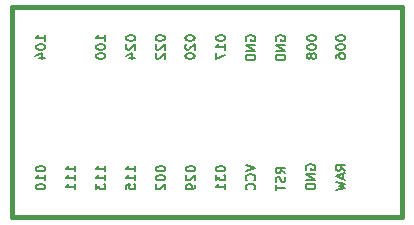
<source format=gbr>
%TF.GenerationSoftware,KiCad,Pcbnew,9.0.0*%
%TF.CreationDate,2025-08-04T08:15:32-07:00*%
%TF.ProjectId,flatchord,666c6174-6368-46f7-9264-2e6b69636164,rev?*%
%TF.SameCoordinates,Original*%
%TF.FileFunction,Legend,Bot*%
%TF.FilePolarity,Positive*%
%FSLAX46Y46*%
G04 Gerber Fmt 4.6, Leading zero omitted, Abs format (unit mm)*
G04 Created by KiCad (PCBNEW 9.0.0) date 2025-08-04 08:15:32*
%MOMM*%
%LPD*%
G01*
G04 APERTURE LIST*
%ADD10C,0.150000*%
%ADD11C,0.381000*%
G04 APERTURE END LIST*
D10*
X222702295Y-88705524D02*
X223502295Y-88972191D01*
X223502295Y-88972191D02*
X222702295Y-89238857D01*
X223426104Y-89962667D02*
X223464200Y-89924571D01*
X223464200Y-89924571D02*
X223502295Y-89810286D01*
X223502295Y-89810286D02*
X223502295Y-89734095D01*
X223502295Y-89734095D02*
X223464200Y-89619809D01*
X223464200Y-89619809D02*
X223388009Y-89543619D01*
X223388009Y-89543619D02*
X223311819Y-89505524D01*
X223311819Y-89505524D02*
X223159438Y-89467428D01*
X223159438Y-89467428D02*
X223045152Y-89467428D01*
X223045152Y-89467428D02*
X222892771Y-89505524D01*
X222892771Y-89505524D02*
X222816580Y-89543619D01*
X222816580Y-89543619D02*
X222740390Y-89619809D01*
X222740390Y-89619809D02*
X222702295Y-89734095D01*
X222702295Y-89734095D02*
X222702295Y-89810286D01*
X222702295Y-89810286D02*
X222740390Y-89924571D01*
X222740390Y-89924571D02*
X222778485Y-89962667D01*
X223426104Y-90762667D02*
X223464200Y-90724571D01*
X223464200Y-90724571D02*
X223502295Y-90610286D01*
X223502295Y-90610286D02*
X223502295Y-90534095D01*
X223502295Y-90534095D02*
X223464200Y-90419809D01*
X223464200Y-90419809D02*
X223388009Y-90343619D01*
X223388009Y-90343619D02*
X223311819Y-90305524D01*
X223311819Y-90305524D02*
X223159438Y-90267428D01*
X223159438Y-90267428D02*
X223045152Y-90267428D01*
X223045152Y-90267428D02*
X222892771Y-90305524D01*
X222892771Y-90305524D02*
X222816580Y-90343619D01*
X222816580Y-90343619D02*
X222740390Y-90419809D01*
X222740390Y-90419809D02*
X222702295Y-90534095D01*
X222702295Y-90534095D02*
X222702295Y-90610286D01*
X222702295Y-90610286D02*
X222740390Y-90724571D01*
X222740390Y-90724571D02*
X222778485Y-90762667D01*
X212552295Y-77897810D02*
X212552295Y-77974000D01*
X212552295Y-77974000D02*
X212590390Y-78050191D01*
X212590390Y-78050191D02*
X212628485Y-78088286D01*
X212628485Y-78088286D02*
X212704676Y-78126381D01*
X212704676Y-78126381D02*
X212857057Y-78164476D01*
X212857057Y-78164476D02*
X213047533Y-78164476D01*
X213047533Y-78164476D02*
X213199914Y-78126381D01*
X213199914Y-78126381D02*
X213276104Y-78088286D01*
X213276104Y-78088286D02*
X213314200Y-78050191D01*
X213314200Y-78050191D02*
X213352295Y-77974000D01*
X213352295Y-77974000D02*
X213352295Y-77897810D01*
X213352295Y-77897810D02*
X213314200Y-77821619D01*
X213314200Y-77821619D02*
X213276104Y-77783524D01*
X213276104Y-77783524D02*
X213199914Y-77745429D01*
X213199914Y-77745429D02*
X213047533Y-77707333D01*
X213047533Y-77707333D02*
X212857057Y-77707333D01*
X212857057Y-77707333D02*
X212704676Y-77745429D01*
X212704676Y-77745429D02*
X212628485Y-77783524D01*
X212628485Y-77783524D02*
X212590390Y-77821619D01*
X212590390Y-77821619D02*
X212552295Y-77897810D01*
X212628485Y-78469238D02*
X212590390Y-78507334D01*
X212590390Y-78507334D02*
X212552295Y-78583524D01*
X212552295Y-78583524D02*
X212552295Y-78774000D01*
X212552295Y-78774000D02*
X212590390Y-78850191D01*
X212590390Y-78850191D02*
X212628485Y-78888286D01*
X212628485Y-78888286D02*
X212704676Y-78926381D01*
X212704676Y-78926381D02*
X212780866Y-78926381D01*
X212780866Y-78926381D02*
X212895152Y-78888286D01*
X212895152Y-78888286D02*
X213352295Y-78431143D01*
X213352295Y-78431143D02*
X213352295Y-78926381D01*
X212818961Y-79612096D02*
X213352295Y-79612096D01*
X212514200Y-79421620D02*
X213085628Y-79231143D01*
X213085628Y-79231143D02*
X213085628Y-79726382D01*
X227852295Y-77897810D02*
X227852295Y-77974000D01*
X227852295Y-77974000D02*
X227890390Y-78050191D01*
X227890390Y-78050191D02*
X227928485Y-78088286D01*
X227928485Y-78088286D02*
X228004676Y-78126381D01*
X228004676Y-78126381D02*
X228157057Y-78164476D01*
X228157057Y-78164476D02*
X228347533Y-78164476D01*
X228347533Y-78164476D02*
X228499914Y-78126381D01*
X228499914Y-78126381D02*
X228576104Y-78088286D01*
X228576104Y-78088286D02*
X228614200Y-78050191D01*
X228614200Y-78050191D02*
X228652295Y-77974000D01*
X228652295Y-77974000D02*
X228652295Y-77897810D01*
X228652295Y-77897810D02*
X228614200Y-77821619D01*
X228614200Y-77821619D02*
X228576104Y-77783524D01*
X228576104Y-77783524D02*
X228499914Y-77745429D01*
X228499914Y-77745429D02*
X228347533Y-77707333D01*
X228347533Y-77707333D02*
X228157057Y-77707333D01*
X228157057Y-77707333D02*
X228004676Y-77745429D01*
X228004676Y-77745429D02*
X227928485Y-77783524D01*
X227928485Y-77783524D02*
X227890390Y-77821619D01*
X227890390Y-77821619D02*
X227852295Y-77897810D01*
X227852295Y-78659715D02*
X227852295Y-78735905D01*
X227852295Y-78735905D02*
X227890390Y-78812096D01*
X227890390Y-78812096D02*
X227928485Y-78850191D01*
X227928485Y-78850191D02*
X228004676Y-78888286D01*
X228004676Y-78888286D02*
X228157057Y-78926381D01*
X228157057Y-78926381D02*
X228347533Y-78926381D01*
X228347533Y-78926381D02*
X228499914Y-78888286D01*
X228499914Y-78888286D02*
X228576104Y-78850191D01*
X228576104Y-78850191D02*
X228614200Y-78812096D01*
X228614200Y-78812096D02*
X228652295Y-78735905D01*
X228652295Y-78735905D02*
X228652295Y-78659715D01*
X228652295Y-78659715D02*
X228614200Y-78583524D01*
X228614200Y-78583524D02*
X228576104Y-78545429D01*
X228576104Y-78545429D02*
X228499914Y-78507334D01*
X228499914Y-78507334D02*
X228347533Y-78469238D01*
X228347533Y-78469238D02*
X228157057Y-78469238D01*
X228157057Y-78469238D02*
X228004676Y-78507334D01*
X228004676Y-78507334D02*
X227928485Y-78545429D01*
X227928485Y-78545429D02*
X227890390Y-78583524D01*
X227890390Y-78583524D02*
X227852295Y-78659715D01*
X228195152Y-79383524D02*
X228157057Y-79307334D01*
X228157057Y-79307334D02*
X228118961Y-79269239D01*
X228118961Y-79269239D02*
X228042771Y-79231143D01*
X228042771Y-79231143D02*
X228004676Y-79231143D01*
X228004676Y-79231143D02*
X227928485Y-79269239D01*
X227928485Y-79269239D02*
X227890390Y-79307334D01*
X227890390Y-79307334D02*
X227852295Y-79383524D01*
X227852295Y-79383524D02*
X227852295Y-79535905D01*
X227852295Y-79535905D02*
X227890390Y-79612096D01*
X227890390Y-79612096D02*
X227928485Y-79650191D01*
X227928485Y-79650191D02*
X228004676Y-79688286D01*
X228004676Y-79688286D02*
X228042771Y-79688286D01*
X228042771Y-79688286D02*
X228118961Y-79650191D01*
X228118961Y-79650191D02*
X228157057Y-79612096D01*
X228157057Y-79612096D02*
X228195152Y-79535905D01*
X228195152Y-79535905D02*
X228195152Y-79383524D01*
X228195152Y-79383524D02*
X228233247Y-79307334D01*
X228233247Y-79307334D02*
X228271342Y-79269239D01*
X228271342Y-79269239D02*
X228347533Y-79231143D01*
X228347533Y-79231143D02*
X228499914Y-79231143D01*
X228499914Y-79231143D02*
X228576104Y-79269239D01*
X228576104Y-79269239D02*
X228614200Y-79307334D01*
X228614200Y-79307334D02*
X228652295Y-79383524D01*
X228652295Y-79383524D02*
X228652295Y-79535905D01*
X228652295Y-79535905D02*
X228614200Y-79612096D01*
X228614200Y-79612096D02*
X228576104Y-79650191D01*
X228576104Y-79650191D02*
X228499914Y-79688286D01*
X228499914Y-79688286D02*
X228347533Y-79688286D01*
X228347533Y-79688286D02*
X228271342Y-79650191D01*
X228271342Y-79650191D02*
X228233247Y-79612096D01*
X228233247Y-79612096D02*
X228195152Y-79535905D01*
X208262295Y-89238857D02*
X208262295Y-88781714D01*
X208262295Y-89010286D02*
X207462295Y-89010286D01*
X207462295Y-89010286D02*
X207576580Y-88934095D01*
X207576580Y-88934095D02*
X207652771Y-88857905D01*
X207652771Y-88857905D02*
X207690866Y-88781714D01*
X208262295Y-90000762D02*
X208262295Y-89543619D01*
X208262295Y-89772191D02*
X207462295Y-89772191D01*
X207462295Y-89772191D02*
X207576580Y-89696000D01*
X207576580Y-89696000D02*
X207652771Y-89619810D01*
X207652771Y-89619810D02*
X207690866Y-89543619D01*
X208262295Y-90762667D02*
X208262295Y-90305524D01*
X208262295Y-90534096D02*
X207462295Y-90534096D01*
X207462295Y-90534096D02*
X207576580Y-90457905D01*
X207576580Y-90457905D02*
X207652771Y-90381715D01*
X207652771Y-90381715D02*
X207690866Y-90305524D01*
X205722295Y-78164476D02*
X205722295Y-77707333D01*
X205722295Y-77935905D02*
X204922295Y-77935905D01*
X204922295Y-77935905D02*
X205036580Y-77859714D01*
X205036580Y-77859714D02*
X205112771Y-77783524D01*
X205112771Y-77783524D02*
X205150866Y-77707333D01*
X204922295Y-78659715D02*
X204922295Y-78735905D01*
X204922295Y-78735905D02*
X204960390Y-78812096D01*
X204960390Y-78812096D02*
X204998485Y-78850191D01*
X204998485Y-78850191D02*
X205074676Y-78888286D01*
X205074676Y-78888286D02*
X205227057Y-78926381D01*
X205227057Y-78926381D02*
X205417533Y-78926381D01*
X205417533Y-78926381D02*
X205569914Y-78888286D01*
X205569914Y-78888286D02*
X205646104Y-78850191D01*
X205646104Y-78850191D02*
X205684200Y-78812096D01*
X205684200Y-78812096D02*
X205722295Y-78735905D01*
X205722295Y-78735905D02*
X205722295Y-78659715D01*
X205722295Y-78659715D02*
X205684200Y-78583524D01*
X205684200Y-78583524D02*
X205646104Y-78545429D01*
X205646104Y-78545429D02*
X205569914Y-78507334D01*
X205569914Y-78507334D02*
X205417533Y-78469238D01*
X205417533Y-78469238D02*
X205227057Y-78469238D01*
X205227057Y-78469238D02*
X205074676Y-78507334D01*
X205074676Y-78507334D02*
X204998485Y-78545429D01*
X204998485Y-78545429D02*
X204960390Y-78583524D01*
X204960390Y-78583524D02*
X204922295Y-78659715D01*
X205188961Y-79612096D02*
X205722295Y-79612096D01*
X204884200Y-79421620D02*
X205455628Y-79231143D01*
X205455628Y-79231143D02*
X205455628Y-79726382D01*
X225280390Y-78164476D02*
X225242295Y-78088286D01*
X225242295Y-78088286D02*
X225242295Y-77974000D01*
X225242295Y-77974000D02*
X225280390Y-77859714D01*
X225280390Y-77859714D02*
X225356580Y-77783524D01*
X225356580Y-77783524D02*
X225432771Y-77745429D01*
X225432771Y-77745429D02*
X225585152Y-77707333D01*
X225585152Y-77707333D02*
X225699438Y-77707333D01*
X225699438Y-77707333D02*
X225851819Y-77745429D01*
X225851819Y-77745429D02*
X225928009Y-77783524D01*
X225928009Y-77783524D02*
X226004200Y-77859714D01*
X226004200Y-77859714D02*
X226042295Y-77974000D01*
X226042295Y-77974000D02*
X226042295Y-78050191D01*
X226042295Y-78050191D02*
X226004200Y-78164476D01*
X226004200Y-78164476D02*
X225966104Y-78202572D01*
X225966104Y-78202572D02*
X225699438Y-78202572D01*
X225699438Y-78202572D02*
X225699438Y-78050191D01*
X226042295Y-78545429D02*
X225242295Y-78545429D01*
X225242295Y-78545429D02*
X226042295Y-79002572D01*
X226042295Y-79002572D02*
X225242295Y-79002572D01*
X226042295Y-79383524D02*
X225242295Y-79383524D01*
X225242295Y-79383524D02*
X225242295Y-79574000D01*
X225242295Y-79574000D02*
X225280390Y-79688286D01*
X225280390Y-79688286D02*
X225356580Y-79764476D01*
X225356580Y-79764476D02*
X225432771Y-79802571D01*
X225432771Y-79802571D02*
X225585152Y-79840667D01*
X225585152Y-79840667D02*
X225699438Y-79840667D01*
X225699438Y-79840667D02*
X225851819Y-79802571D01*
X225851819Y-79802571D02*
X225928009Y-79764476D01*
X225928009Y-79764476D02*
X226004200Y-79688286D01*
X226004200Y-79688286D02*
X226042295Y-79574000D01*
X226042295Y-79574000D02*
X226042295Y-79383524D01*
X226042295Y-89384905D02*
X225661342Y-89118238D01*
X226042295Y-88927762D02*
X225242295Y-88927762D01*
X225242295Y-88927762D02*
X225242295Y-89232524D01*
X225242295Y-89232524D02*
X225280390Y-89308714D01*
X225280390Y-89308714D02*
X225318485Y-89346809D01*
X225318485Y-89346809D02*
X225394676Y-89384905D01*
X225394676Y-89384905D02*
X225508961Y-89384905D01*
X225508961Y-89384905D02*
X225585152Y-89346809D01*
X225585152Y-89346809D02*
X225623247Y-89308714D01*
X225623247Y-89308714D02*
X225661342Y-89232524D01*
X225661342Y-89232524D02*
X225661342Y-88927762D01*
X226004200Y-89689666D02*
X226042295Y-89803952D01*
X226042295Y-89803952D02*
X226042295Y-89994428D01*
X226042295Y-89994428D02*
X226004200Y-90070619D01*
X226004200Y-90070619D02*
X225966104Y-90108714D01*
X225966104Y-90108714D02*
X225889914Y-90146809D01*
X225889914Y-90146809D02*
X225813723Y-90146809D01*
X225813723Y-90146809D02*
X225737533Y-90108714D01*
X225737533Y-90108714D02*
X225699438Y-90070619D01*
X225699438Y-90070619D02*
X225661342Y-89994428D01*
X225661342Y-89994428D02*
X225623247Y-89842047D01*
X225623247Y-89842047D02*
X225585152Y-89765857D01*
X225585152Y-89765857D02*
X225547057Y-89727762D01*
X225547057Y-89727762D02*
X225470866Y-89689666D01*
X225470866Y-89689666D02*
X225394676Y-89689666D01*
X225394676Y-89689666D02*
X225318485Y-89727762D01*
X225318485Y-89727762D02*
X225280390Y-89765857D01*
X225280390Y-89765857D02*
X225242295Y-89842047D01*
X225242295Y-89842047D02*
X225242295Y-90032524D01*
X225242295Y-90032524D02*
X225280390Y-90146809D01*
X225242295Y-90375381D02*
X225242295Y-90832524D01*
X226042295Y-90603952D02*
X225242295Y-90603952D01*
X215082295Y-88972191D02*
X215082295Y-89048381D01*
X215082295Y-89048381D02*
X215120390Y-89124572D01*
X215120390Y-89124572D02*
X215158485Y-89162667D01*
X215158485Y-89162667D02*
X215234676Y-89200762D01*
X215234676Y-89200762D02*
X215387057Y-89238857D01*
X215387057Y-89238857D02*
X215577533Y-89238857D01*
X215577533Y-89238857D02*
X215729914Y-89200762D01*
X215729914Y-89200762D02*
X215806104Y-89162667D01*
X215806104Y-89162667D02*
X215844200Y-89124572D01*
X215844200Y-89124572D02*
X215882295Y-89048381D01*
X215882295Y-89048381D02*
X215882295Y-88972191D01*
X215882295Y-88972191D02*
X215844200Y-88896000D01*
X215844200Y-88896000D02*
X215806104Y-88857905D01*
X215806104Y-88857905D02*
X215729914Y-88819810D01*
X215729914Y-88819810D02*
X215577533Y-88781714D01*
X215577533Y-88781714D02*
X215387057Y-88781714D01*
X215387057Y-88781714D02*
X215234676Y-88819810D01*
X215234676Y-88819810D02*
X215158485Y-88857905D01*
X215158485Y-88857905D02*
X215120390Y-88896000D01*
X215120390Y-88896000D02*
X215082295Y-88972191D01*
X215082295Y-89734096D02*
X215082295Y-89810286D01*
X215082295Y-89810286D02*
X215120390Y-89886477D01*
X215120390Y-89886477D02*
X215158485Y-89924572D01*
X215158485Y-89924572D02*
X215234676Y-89962667D01*
X215234676Y-89962667D02*
X215387057Y-90000762D01*
X215387057Y-90000762D02*
X215577533Y-90000762D01*
X215577533Y-90000762D02*
X215729914Y-89962667D01*
X215729914Y-89962667D02*
X215806104Y-89924572D01*
X215806104Y-89924572D02*
X215844200Y-89886477D01*
X215844200Y-89886477D02*
X215882295Y-89810286D01*
X215882295Y-89810286D02*
X215882295Y-89734096D01*
X215882295Y-89734096D02*
X215844200Y-89657905D01*
X215844200Y-89657905D02*
X215806104Y-89619810D01*
X215806104Y-89619810D02*
X215729914Y-89581715D01*
X215729914Y-89581715D02*
X215577533Y-89543619D01*
X215577533Y-89543619D02*
X215387057Y-89543619D01*
X215387057Y-89543619D02*
X215234676Y-89581715D01*
X215234676Y-89581715D02*
X215158485Y-89619810D01*
X215158485Y-89619810D02*
X215120390Y-89657905D01*
X215120390Y-89657905D02*
X215082295Y-89734096D01*
X215158485Y-90305524D02*
X215120390Y-90343620D01*
X215120390Y-90343620D02*
X215082295Y-90419810D01*
X215082295Y-90419810D02*
X215082295Y-90610286D01*
X215082295Y-90610286D02*
X215120390Y-90686477D01*
X215120390Y-90686477D02*
X215158485Y-90724572D01*
X215158485Y-90724572D02*
X215234676Y-90762667D01*
X215234676Y-90762667D02*
X215310866Y-90762667D01*
X215310866Y-90762667D02*
X215425152Y-90724572D01*
X215425152Y-90724572D02*
X215882295Y-90267429D01*
X215882295Y-90267429D02*
X215882295Y-90762667D01*
X230322295Y-77897810D02*
X230322295Y-77974000D01*
X230322295Y-77974000D02*
X230360390Y-78050191D01*
X230360390Y-78050191D02*
X230398485Y-78088286D01*
X230398485Y-78088286D02*
X230474676Y-78126381D01*
X230474676Y-78126381D02*
X230627057Y-78164476D01*
X230627057Y-78164476D02*
X230817533Y-78164476D01*
X230817533Y-78164476D02*
X230969914Y-78126381D01*
X230969914Y-78126381D02*
X231046104Y-78088286D01*
X231046104Y-78088286D02*
X231084200Y-78050191D01*
X231084200Y-78050191D02*
X231122295Y-77974000D01*
X231122295Y-77974000D02*
X231122295Y-77897810D01*
X231122295Y-77897810D02*
X231084200Y-77821619D01*
X231084200Y-77821619D02*
X231046104Y-77783524D01*
X231046104Y-77783524D02*
X230969914Y-77745429D01*
X230969914Y-77745429D02*
X230817533Y-77707333D01*
X230817533Y-77707333D02*
X230627057Y-77707333D01*
X230627057Y-77707333D02*
X230474676Y-77745429D01*
X230474676Y-77745429D02*
X230398485Y-77783524D01*
X230398485Y-77783524D02*
X230360390Y-77821619D01*
X230360390Y-77821619D02*
X230322295Y-77897810D01*
X230322295Y-78659715D02*
X230322295Y-78735905D01*
X230322295Y-78735905D02*
X230360390Y-78812096D01*
X230360390Y-78812096D02*
X230398485Y-78850191D01*
X230398485Y-78850191D02*
X230474676Y-78888286D01*
X230474676Y-78888286D02*
X230627057Y-78926381D01*
X230627057Y-78926381D02*
X230817533Y-78926381D01*
X230817533Y-78926381D02*
X230969914Y-78888286D01*
X230969914Y-78888286D02*
X231046104Y-78850191D01*
X231046104Y-78850191D02*
X231084200Y-78812096D01*
X231084200Y-78812096D02*
X231122295Y-78735905D01*
X231122295Y-78735905D02*
X231122295Y-78659715D01*
X231122295Y-78659715D02*
X231084200Y-78583524D01*
X231084200Y-78583524D02*
X231046104Y-78545429D01*
X231046104Y-78545429D02*
X230969914Y-78507334D01*
X230969914Y-78507334D02*
X230817533Y-78469238D01*
X230817533Y-78469238D02*
X230627057Y-78469238D01*
X230627057Y-78469238D02*
X230474676Y-78507334D01*
X230474676Y-78507334D02*
X230398485Y-78545429D01*
X230398485Y-78545429D02*
X230360390Y-78583524D01*
X230360390Y-78583524D02*
X230322295Y-78659715D01*
X230322295Y-79612096D02*
X230322295Y-79459715D01*
X230322295Y-79459715D02*
X230360390Y-79383524D01*
X230360390Y-79383524D02*
X230398485Y-79345429D01*
X230398485Y-79345429D02*
X230512771Y-79269239D01*
X230512771Y-79269239D02*
X230665152Y-79231143D01*
X230665152Y-79231143D02*
X230969914Y-79231143D01*
X230969914Y-79231143D02*
X231046104Y-79269239D01*
X231046104Y-79269239D02*
X231084200Y-79307334D01*
X231084200Y-79307334D02*
X231122295Y-79383524D01*
X231122295Y-79383524D02*
X231122295Y-79535905D01*
X231122295Y-79535905D02*
X231084200Y-79612096D01*
X231084200Y-79612096D02*
X231046104Y-79650191D01*
X231046104Y-79650191D02*
X230969914Y-79688286D01*
X230969914Y-79688286D02*
X230779438Y-79688286D01*
X230779438Y-79688286D02*
X230703247Y-79650191D01*
X230703247Y-79650191D02*
X230665152Y-79612096D01*
X230665152Y-79612096D02*
X230627057Y-79535905D01*
X230627057Y-79535905D02*
X230627057Y-79383524D01*
X230627057Y-79383524D02*
X230665152Y-79307334D01*
X230665152Y-79307334D02*
X230703247Y-79269239D01*
X230703247Y-79269239D02*
X230779438Y-79231143D01*
X204922295Y-88972191D02*
X204922295Y-89048381D01*
X204922295Y-89048381D02*
X204960390Y-89124572D01*
X204960390Y-89124572D02*
X204998485Y-89162667D01*
X204998485Y-89162667D02*
X205074676Y-89200762D01*
X205074676Y-89200762D02*
X205227057Y-89238857D01*
X205227057Y-89238857D02*
X205417533Y-89238857D01*
X205417533Y-89238857D02*
X205569914Y-89200762D01*
X205569914Y-89200762D02*
X205646104Y-89162667D01*
X205646104Y-89162667D02*
X205684200Y-89124572D01*
X205684200Y-89124572D02*
X205722295Y-89048381D01*
X205722295Y-89048381D02*
X205722295Y-88972191D01*
X205722295Y-88972191D02*
X205684200Y-88896000D01*
X205684200Y-88896000D02*
X205646104Y-88857905D01*
X205646104Y-88857905D02*
X205569914Y-88819810D01*
X205569914Y-88819810D02*
X205417533Y-88781714D01*
X205417533Y-88781714D02*
X205227057Y-88781714D01*
X205227057Y-88781714D02*
X205074676Y-88819810D01*
X205074676Y-88819810D02*
X204998485Y-88857905D01*
X204998485Y-88857905D02*
X204960390Y-88896000D01*
X204960390Y-88896000D02*
X204922295Y-88972191D01*
X205722295Y-90000762D02*
X205722295Y-89543619D01*
X205722295Y-89772191D02*
X204922295Y-89772191D01*
X204922295Y-89772191D02*
X205036580Y-89696000D01*
X205036580Y-89696000D02*
X205112771Y-89619810D01*
X205112771Y-89619810D02*
X205150866Y-89543619D01*
X204922295Y-90496001D02*
X204922295Y-90572191D01*
X204922295Y-90572191D02*
X204960390Y-90648382D01*
X204960390Y-90648382D02*
X204998485Y-90686477D01*
X204998485Y-90686477D02*
X205074676Y-90724572D01*
X205074676Y-90724572D02*
X205227057Y-90762667D01*
X205227057Y-90762667D02*
X205417533Y-90762667D01*
X205417533Y-90762667D02*
X205569914Y-90724572D01*
X205569914Y-90724572D02*
X205646104Y-90686477D01*
X205646104Y-90686477D02*
X205684200Y-90648382D01*
X205684200Y-90648382D02*
X205722295Y-90572191D01*
X205722295Y-90572191D02*
X205722295Y-90496001D01*
X205722295Y-90496001D02*
X205684200Y-90419810D01*
X205684200Y-90419810D02*
X205646104Y-90381715D01*
X205646104Y-90381715D02*
X205569914Y-90343620D01*
X205569914Y-90343620D02*
X205417533Y-90305524D01*
X205417533Y-90305524D02*
X205227057Y-90305524D01*
X205227057Y-90305524D02*
X205074676Y-90343620D01*
X205074676Y-90343620D02*
X204998485Y-90381715D01*
X204998485Y-90381715D02*
X204960390Y-90419810D01*
X204960390Y-90419810D02*
X204922295Y-90496001D01*
X231122295Y-89156334D02*
X230741342Y-88889667D01*
X231122295Y-88699191D02*
X230322295Y-88699191D01*
X230322295Y-88699191D02*
X230322295Y-89003953D01*
X230322295Y-89003953D02*
X230360390Y-89080143D01*
X230360390Y-89080143D02*
X230398485Y-89118238D01*
X230398485Y-89118238D02*
X230474676Y-89156334D01*
X230474676Y-89156334D02*
X230588961Y-89156334D01*
X230588961Y-89156334D02*
X230665152Y-89118238D01*
X230665152Y-89118238D02*
X230703247Y-89080143D01*
X230703247Y-89080143D02*
X230741342Y-89003953D01*
X230741342Y-89003953D02*
X230741342Y-88699191D01*
X230893723Y-89461095D02*
X230893723Y-89842048D01*
X231122295Y-89384905D02*
X230322295Y-89651572D01*
X230322295Y-89651572D02*
X231122295Y-89918238D01*
X230322295Y-90108714D02*
X231122295Y-90299190D01*
X231122295Y-90299190D02*
X230550866Y-90451571D01*
X230550866Y-90451571D02*
X231122295Y-90603952D01*
X231122295Y-90603952D02*
X230322295Y-90794429D01*
X215052295Y-77897810D02*
X215052295Y-77974000D01*
X215052295Y-77974000D02*
X215090390Y-78050191D01*
X215090390Y-78050191D02*
X215128485Y-78088286D01*
X215128485Y-78088286D02*
X215204676Y-78126381D01*
X215204676Y-78126381D02*
X215357057Y-78164476D01*
X215357057Y-78164476D02*
X215547533Y-78164476D01*
X215547533Y-78164476D02*
X215699914Y-78126381D01*
X215699914Y-78126381D02*
X215776104Y-78088286D01*
X215776104Y-78088286D02*
X215814200Y-78050191D01*
X215814200Y-78050191D02*
X215852295Y-77974000D01*
X215852295Y-77974000D02*
X215852295Y-77897810D01*
X215852295Y-77897810D02*
X215814200Y-77821619D01*
X215814200Y-77821619D02*
X215776104Y-77783524D01*
X215776104Y-77783524D02*
X215699914Y-77745429D01*
X215699914Y-77745429D02*
X215547533Y-77707333D01*
X215547533Y-77707333D02*
X215357057Y-77707333D01*
X215357057Y-77707333D02*
X215204676Y-77745429D01*
X215204676Y-77745429D02*
X215128485Y-77783524D01*
X215128485Y-77783524D02*
X215090390Y-77821619D01*
X215090390Y-77821619D02*
X215052295Y-77897810D01*
X215128485Y-78469238D02*
X215090390Y-78507334D01*
X215090390Y-78507334D02*
X215052295Y-78583524D01*
X215052295Y-78583524D02*
X215052295Y-78774000D01*
X215052295Y-78774000D02*
X215090390Y-78850191D01*
X215090390Y-78850191D02*
X215128485Y-78888286D01*
X215128485Y-78888286D02*
X215204676Y-78926381D01*
X215204676Y-78926381D02*
X215280866Y-78926381D01*
X215280866Y-78926381D02*
X215395152Y-78888286D01*
X215395152Y-78888286D02*
X215852295Y-78431143D01*
X215852295Y-78431143D02*
X215852295Y-78926381D01*
X215128485Y-79231143D02*
X215090390Y-79269239D01*
X215090390Y-79269239D02*
X215052295Y-79345429D01*
X215052295Y-79345429D02*
X215052295Y-79535905D01*
X215052295Y-79535905D02*
X215090390Y-79612096D01*
X215090390Y-79612096D02*
X215128485Y-79650191D01*
X215128485Y-79650191D02*
X215204676Y-79688286D01*
X215204676Y-79688286D02*
X215280866Y-79688286D01*
X215280866Y-79688286D02*
X215395152Y-79650191D01*
X215395152Y-79650191D02*
X215852295Y-79193048D01*
X215852295Y-79193048D02*
X215852295Y-79688286D01*
X217622295Y-88972191D02*
X217622295Y-89048381D01*
X217622295Y-89048381D02*
X217660390Y-89124572D01*
X217660390Y-89124572D02*
X217698485Y-89162667D01*
X217698485Y-89162667D02*
X217774676Y-89200762D01*
X217774676Y-89200762D02*
X217927057Y-89238857D01*
X217927057Y-89238857D02*
X218117533Y-89238857D01*
X218117533Y-89238857D02*
X218269914Y-89200762D01*
X218269914Y-89200762D02*
X218346104Y-89162667D01*
X218346104Y-89162667D02*
X218384200Y-89124572D01*
X218384200Y-89124572D02*
X218422295Y-89048381D01*
X218422295Y-89048381D02*
X218422295Y-88972191D01*
X218422295Y-88972191D02*
X218384200Y-88896000D01*
X218384200Y-88896000D02*
X218346104Y-88857905D01*
X218346104Y-88857905D02*
X218269914Y-88819810D01*
X218269914Y-88819810D02*
X218117533Y-88781714D01*
X218117533Y-88781714D02*
X217927057Y-88781714D01*
X217927057Y-88781714D02*
X217774676Y-88819810D01*
X217774676Y-88819810D02*
X217698485Y-88857905D01*
X217698485Y-88857905D02*
X217660390Y-88896000D01*
X217660390Y-88896000D02*
X217622295Y-88972191D01*
X217698485Y-89543619D02*
X217660390Y-89581715D01*
X217660390Y-89581715D02*
X217622295Y-89657905D01*
X217622295Y-89657905D02*
X217622295Y-89848381D01*
X217622295Y-89848381D02*
X217660390Y-89924572D01*
X217660390Y-89924572D02*
X217698485Y-89962667D01*
X217698485Y-89962667D02*
X217774676Y-90000762D01*
X217774676Y-90000762D02*
X217850866Y-90000762D01*
X217850866Y-90000762D02*
X217965152Y-89962667D01*
X217965152Y-89962667D02*
X218422295Y-89505524D01*
X218422295Y-89505524D02*
X218422295Y-90000762D01*
X218422295Y-90381715D02*
X218422295Y-90534096D01*
X218422295Y-90534096D02*
X218384200Y-90610286D01*
X218384200Y-90610286D02*
X218346104Y-90648382D01*
X218346104Y-90648382D02*
X218231819Y-90724572D01*
X218231819Y-90724572D02*
X218079438Y-90762667D01*
X218079438Y-90762667D02*
X217774676Y-90762667D01*
X217774676Y-90762667D02*
X217698485Y-90724572D01*
X217698485Y-90724572D02*
X217660390Y-90686477D01*
X217660390Y-90686477D02*
X217622295Y-90610286D01*
X217622295Y-90610286D02*
X217622295Y-90457905D01*
X217622295Y-90457905D02*
X217660390Y-90381715D01*
X217660390Y-90381715D02*
X217698485Y-90343620D01*
X217698485Y-90343620D02*
X217774676Y-90305524D01*
X217774676Y-90305524D02*
X217965152Y-90305524D01*
X217965152Y-90305524D02*
X218041342Y-90343620D01*
X218041342Y-90343620D02*
X218079438Y-90381715D01*
X218079438Y-90381715D02*
X218117533Y-90457905D01*
X218117533Y-90457905D02*
X218117533Y-90610286D01*
X218117533Y-90610286D02*
X218079438Y-90686477D01*
X218079438Y-90686477D02*
X218041342Y-90724572D01*
X218041342Y-90724572D02*
X217965152Y-90762667D01*
X210802295Y-78164476D02*
X210802295Y-77707333D01*
X210802295Y-77935905D02*
X210002295Y-77935905D01*
X210002295Y-77935905D02*
X210116580Y-77859714D01*
X210116580Y-77859714D02*
X210192771Y-77783524D01*
X210192771Y-77783524D02*
X210230866Y-77707333D01*
X210002295Y-78659715D02*
X210002295Y-78735905D01*
X210002295Y-78735905D02*
X210040390Y-78812096D01*
X210040390Y-78812096D02*
X210078485Y-78850191D01*
X210078485Y-78850191D02*
X210154676Y-78888286D01*
X210154676Y-78888286D02*
X210307057Y-78926381D01*
X210307057Y-78926381D02*
X210497533Y-78926381D01*
X210497533Y-78926381D02*
X210649914Y-78888286D01*
X210649914Y-78888286D02*
X210726104Y-78850191D01*
X210726104Y-78850191D02*
X210764200Y-78812096D01*
X210764200Y-78812096D02*
X210802295Y-78735905D01*
X210802295Y-78735905D02*
X210802295Y-78659715D01*
X210802295Y-78659715D02*
X210764200Y-78583524D01*
X210764200Y-78583524D02*
X210726104Y-78545429D01*
X210726104Y-78545429D02*
X210649914Y-78507334D01*
X210649914Y-78507334D02*
X210497533Y-78469238D01*
X210497533Y-78469238D02*
X210307057Y-78469238D01*
X210307057Y-78469238D02*
X210154676Y-78507334D01*
X210154676Y-78507334D02*
X210078485Y-78545429D01*
X210078485Y-78545429D02*
X210040390Y-78583524D01*
X210040390Y-78583524D02*
X210002295Y-78659715D01*
X210002295Y-79421620D02*
X210002295Y-79497810D01*
X210002295Y-79497810D02*
X210040390Y-79574001D01*
X210040390Y-79574001D02*
X210078485Y-79612096D01*
X210078485Y-79612096D02*
X210154676Y-79650191D01*
X210154676Y-79650191D02*
X210307057Y-79688286D01*
X210307057Y-79688286D02*
X210497533Y-79688286D01*
X210497533Y-79688286D02*
X210649914Y-79650191D01*
X210649914Y-79650191D02*
X210726104Y-79612096D01*
X210726104Y-79612096D02*
X210764200Y-79574001D01*
X210764200Y-79574001D02*
X210802295Y-79497810D01*
X210802295Y-79497810D02*
X210802295Y-79421620D01*
X210802295Y-79421620D02*
X210764200Y-79345429D01*
X210764200Y-79345429D02*
X210726104Y-79307334D01*
X210726104Y-79307334D02*
X210649914Y-79269239D01*
X210649914Y-79269239D02*
X210497533Y-79231143D01*
X210497533Y-79231143D02*
X210307057Y-79231143D01*
X210307057Y-79231143D02*
X210154676Y-79269239D01*
X210154676Y-79269239D02*
X210078485Y-79307334D01*
X210078485Y-79307334D02*
X210040390Y-79345429D01*
X210040390Y-79345429D02*
X210002295Y-79421620D01*
X213342295Y-89238857D02*
X213342295Y-88781714D01*
X213342295Y-89010286D02*
X212542295Y-89010286D01*
X212542295Y-89010286D02*
X212656580Y-88934095D01*
X212656580Y-88934095D02*
X212732771Y-88857905D01*
X212732771Y-88857905D02*
X212770866Y-88781714D01*
X213342295Y-90000762D02*
X213342295Y-89543619D01*
X213342295Y-89772191D02*
X212542295Y-89772191D01*
X212542295Y-89772191D02*
X212656580Y-89696000D01*
X212656580Y-89696000D02*
X212732771Y-89619810D01*
X212732771Y-89619810D02*
X212770866Y-89543619D01*
X212542295Y-90724572D02*
X212542295Y-90343620D01*
X212542295Y-90343620D02*
X212923247Y-90305524D01*
X212923247Y-90305524D02*
X212885152Y-90343620D01*
X212885152Y-90343620D02*
X212847057Y-90419810D01*
X212847057Y-90419810D02*
X212847057Y-90610286D01*
X212847057Y-90610286D02*
X212885152Y-90686477D01*
X212885152Y-90686477D02*
X212923247Y-90724572D01*
X212923247Y-90724572D02*
X212999438Y-90762667D01*
X212999438Y-90762667D02*
X213189914Y-90762667D01*
X213189914Y-90762667D02*
X213266104Y-90724572D01*
X213266104Y-90724572D02*
X213304200Y-90686477D01*
X213304200Y-90686477D02*
X213342295Y-90610286D01*
X213342295Y-90610286D02*
X213342295Y-90419810D01*
X213342295Y-90419810D02*
X213304200Y-90343620D01*
X213304200Y-90343620D02*
X213266104Y-90305524D01*
X227820390Y-89080143D02*
X227782295Y-89003953D01*
X227782295Y-89003953D02*
X227782295Y-88889667D01*
X227782295Y-88889667D02*
X227820390Y-88775381D01*
X227820390Y-88775381D02*
X227896580Y-88699191D01*
X227896580Y-88699191D02*
X227972771Y-88661096D01*
X227972771Y-88661096D02*
X228125152Y-88623000D01*
X228125152Y-88623000D02*
X228239438Y-88623000D01*
X228239438Y-88623000D02*
X228391819Y-88661096D01*
X228391819Y-88661096D02*
X228468009Y-88699191D01*
X228468009Y-88699191D02*
X228544200Y-88775381D01*
X228544200Y-88775381D02*
X228582295Y-88889667D01*
X228582295Y-88889667D02*
X228582295Y-88965858D01*
X228582295Y-88965858D02*
X228544200Y-89080143D01*
X228544200Y-89080143D02*
X228506104Y-89118239D01*
X228506104Y-89118239D02*
X228239438Y-89118239D01*
X228239438Y-89118239D02*
X228239438Y-88965858D01*
X228582295Y-89461096D02*
X227782295Y-89461096D01*
X227782295Y-89461096D02*
X228582295Y-89918239D01*
X228582295Y-89918239D02*
X227782295Y-89918239D01*
X228582295Y-90299191D02*
X227782295Y-90299191D01*
X227782295Y-90299191D02*
X227782295Y-90489667D01*
X227782295Y-90489667D02*
X227820390Y-90603953D01*
X227820390Y-90603953D02*
X227896580Y-90680143D01*
X227896580Y-90680143D02*
X227972771Y-90718238D01*
X227972771Y-90718238D02*
X228125152Y-90756334D01*
X228125152Y-90756334D02*
X228239438Y-90756334D01*
X228239438Y-90756334D02*
X228391819Y-90718238D01*
X228391819Y-90718238D02*
X228468009Y-90680143D01*
X228468009Y-90680143D02*
X228544200Y-90603953D01*
X228544200Y-90603953D02*
X228582295Y-90489667D01*
X228582295Y-90489667D02*
X228582295Y-90299191D01*
X220162295Y-77897810D02*
X220162295Y-77974000D01*
X220162295Y-77974000D02*
X220200390Y-78050191D01*
X220200390Y-78050191D02*
X220238485Y-78088286D01*
X220238485Y-78088286D02*
X220314676Y-78126381D01*
X220314676Y-78126381D02*
X220467057Y-78164476D01*
X220467057Y-78164476D02*
X220657533Y-78164476D01*
X220657533Y-78164476D02*
X220809914Y-78126381D01*
X220809914Y-78126381D02*
X220886104Y-78088286D01*
X220886104Y-78088286D02*
X220924200Y-78050191D01*
X220924200Y-78050191D02*
X220962295Y-77974000D01*
X220962295Y-77974000D02*
X220962295Y-77897810D01*
X220962295Y-77897810D02*
X220924200Y-77821619D01*
X220924200Y-77821619D02*
X220886104Y-77783524D01*
X220886104Y-77783524D02*
X220809914Y-77745429D01*
X220809914Y-77745429D02*
X220657533Y-77707333D01*
X220657533Y-77707333D02*
X220467057Y-77707333D01*
X220467057Y-77707333D02*
X220314676Y-77745429D01*
X220314676Y-77745429D02*
X220238485Y-77783524D01*
X220238485Y-77783524D02*
X220200390Y-77821619D01*
X220200390Y-77821619D02*
X220162295Y-77897810D01*
X220962295Y-78926381D02*
X220962295Y-78469238D01*
X220962295Y-78697810D02*
X220162295Y-78697810D01*
X220162295Y-78697810D02*
X220276580Y-78621619D01*
X220276580Y-78621619D02*
X220352771Y-78545429D01*
X220352771Y-78545429D02*
X220390866Y-78469238D01*
X220162295Y-79193048D02*
X220162295Y-79726382D01*
X220162295Y-79726382D02*
X220962295Y-79383524D01*
X210802295Y-89238857D02*
X210802295Y-88781714D01*
X210802295Y-89010286D02*
X210002295Y-89010286D01*
X210002295Y-89010286D02*
X210116580Y-88934095D01*
X210116580Y-88934095D02*
X210192771Y-88857905D01*
X210192771Y-88857905D02*
X210230866Y-88781714D01*
X210802295Y-90000762D02*
X210802295Y-89543619D01*
X210802295Y-89772191D02*
X210002295Y-89772191D01*
X210002295Y-89772191D02*
X210116580Y-89696000D01*
X210116580Y-89696000D02*
X210192771Y-89619810D01*
X210192771Y-89619810D02*
X210230866Y-89543619D01*
X210002295Y-90267429D02*
X210002295Y-90762667D01*
X210002295Y-90762667D02*
X210307057Y-90496001D01*
X210307057Y-90496001D02*
X210307057Y-90610286D01*
X210307057Y-90610286D02*
X210345152Y-90686477D01*
X210345152Y-90686477D02*
X210383247Y-90724572D01*
X210383247Y-90724572D02*
X210459438Y-90762667D01*
X210459438Y-90762667D02*
X210649914Y-90762667D01*
X210649914Y-90762667D02*
X210726104Y-90724572D01*
X210726104Y-90724572D02*
X210764200Y-90686477D01*
X210764200Y-90686477D02*
X210802295Y-90610286D01*
X210802295Y-90610286D02*
X210802295Y-90381715D01*
X210802295Y-90381715D02*
X210764200Y-90305524D01*
X210764200Y-90305524D02*
X210726104Y-90267429D01*
X220162295Y-88972191D02*
X220162295Y-89048381D01*
X220162295Y-89048381D02*
X220200390Y-89124572D01*
X220200390Y-89124572D02*
X220238485Y-89162667D01*
X220238485Y-89162667D02*
X220314676Y-89200762D01*
X220314676Y-89200762D02*
X220467057Y-89238857D01*
X220467057Y-89238857D02*
X220657533Y-89238857D01*
X220657533Y-89238857D02*
X220809914Y-89200762D01*
X220809914Y-89200762D02*
X220886104Y-89162667D01*
X220886104Y-89162667D02*
X220924200Y-89124572D01*
X220924200Y-89124572D02*
X220962295Y-89048381D01*
X220962295Y-89048381D02*
X220962295Y-88972191D01*
X220962295Y-88972191D02*
X220924200Y-88896000D01*
X220924200Y-88896000D02*
X220886104Y-88857905D01*
X220886104Y-88857905D02*
X220809914Y-88819810D01*
X220809914Y-88819810D02*
X220657533Y-88781714D01*
X220657533Y-88781714D02*
X220467057Y-88781714D01*
X220467057Y-88781714D02*
X220314676Y-88819810D01*
X220314676Y-88819810D02*
X220238485Y-88857905D01*
X220238485Y-88857905D02*
X220200390Y-88896000D01*
X220200390Y-88896000D02*
X220162295Y-88972191D01*
X220162295Y-89505524D02*
X220162295Y-90000762D01*
X220162295Y-90000762D02*
X220467057Y-89734096D01*
X220467057Y-89734096D02*
X220467057Y-89848381D01*
X220467057Y-89848381D02*
X220505152Y-89924572D01*
X220505152Y-89924572D02*
X220543247Y-89962667D01*
X220543247Y-89962667D02*
X220619438Y-90000762D01*
X220619438Y-90000762D02*
X220809914Y-90000762D01*
X220809914Y-90000762D02*
X220886104Y-89962667D01*
X220886104Y-89962667D02*
X220924200Y-89924572D01*
X220924200Y-89924572D02*
X220962295Y-89848381D01*
X220962295Y-89848381D02*
X220962295Y-89619810D01*
X220962295Y-89619810D02*
X220924200Y-89543619D01*
X220924200Y-89543619D02*
X220886104Y-89505524D01*
X220962295Y-90762667D02*
X220962295Y-90305524D01*
X220962295Y-90534096D02*
X220162295Y-90534096D01*
X220162295Y-90534096D02*
X220276580Y-90457905D01*
X220276580Y-90457905D02*
X220352771Y-90381715D01*
X220352771Y-90381715D02*
X220390866Y-90305524D01*
X217552295Y-77897810D02*
X217552295Y-77974000D01*
X217552295Y-77974000D02*
X217590390Y-78050191D01*
X217590390Y-78050191D02*
X217628485Y-78088286D01*
X217628485Y-78088286D02*
X217704676Y-78126381D01*
X217704676Y-78126381D02*
X217857057Y-78164476D01*
X217857057Y-78164476D02*
X218047533Y-78164476D01*
X218047533Y-78164476D02*
X218199914Y-78126381D01*
X218199914Y-78126381D02*
X218276104Y-78088286D01*
X218276104Y-78088286D02*
X218314200Y-78050191D01*
X218314200Y-78050191D02*
X218352295Y-77974000D01*
X218352295Y-77974000D02*
X218352295Y-77897810D01*
X218352295Y-77897810D02*
X218314200Y-77821619D01*
X218314200Y-77821619D02*
X218276104Y-77783524D01*
X218276104Y-77783524D02*
X218199914Y-77745429D01*
X218199914Y-77745429D02*
X218047533Y-77707333D01*
X218047533Y-77707333D02*
X217857057Y-77707333D01*
X217857057Y-77707333D02*
X217704676Y-77745429D01*
X217704676Y-77745429D02*
X217628485Y-77783524D01*
X217628485Y-77783524D02*
X217590390Y-77821619D01*
X217590390Y-77821619D02*
X217552295Y-77897810D01*
X217628485Y-78469238D02*
X217590390Y-78507334D01*
X217590390Y-78507334D02*
X217552295Y-78583524D01*
X217552295Y-78583524D02*
X217552295Y-78774000D01*
X217552295Y-78774000D02*
X217590390Y-78850191D01*
X217590390Y-78850191D02*
X217628485Y-78888286D01*
X217628485Y-78888286D02*
X217704676Y-78926381D01*
X217704676Y-78926381D02*
X217780866Y-78926381D01*
X217780866Y-78926381D02*
X217895152Y-78888286D01*
X217895152Y-78888286D02*
X218352295Y-78431143D01*
X218352295Y-78431143D02*
X218352295Y-78926381D01*
X217552295Y-79421620D02*
X217552295Y-79497810D01*
X217552295Y-79497810D02*
X217590390Y-79574001D01*
X217590390Y-79574001D02*
X217628485Y-79612096D01*
X217628485Y-79612096D02*
X217704676Y-79650191D01*
X217704676Y-79650191D02*
X217857057Y-79688286D01*
X217857057Y-79688286D02*
X218047533Y-79688286D01*
X218047533Y-79688286D02*
X218199914Y-79650191D01*
X218199914Y-79650191D02*
X218276104Y-79612096D01*
X218276104Y-79612096D02*
X218314200Y-79574001D01*
X218314200Y-79574001D02*
X218352295Y-79497810D01*
X218352295Y-79497810D02*
X218352295Y-79421620D01*
X218352295Y-79421620D02*
X218314200Y-79345429D01*
X218314200Y-79345429D02*
X218276104Y-79307334D01*
X218276104Y-79307334D02*
X218199914Y-79269239D01*
X218199914Y-79269239D02*
X218047533Y-79231143D01*
X218047533Y-79231143D02*
X217857057Y-79231143D01*
X217857057Y-79231143D02*
X217704676Y-79269239D01*
X217704676Y-79269239D02*
X217628485Y-79307334D01*
X217628485Y-79307334D02*
X217590390Y-79345429D01*
X217590390Y-79345429D02*
X217552295Y-79421620D01*
X222740390Y-78164476D02*
X222702295Y-78088286D01*
X222702295Y-78088286D02*
X222702295Y-77974000D01*
X222702295Y-77974000D02*
X222740390Y-77859714D01*
X222740390Y-77859714D02*
X222816580Y-77783524D01*
X222816580Y-77783524D02*
X222892771Y-77745429D01*
X222892771Y-77745429D02*
X223045152Y-77707333D01*
X223045152Y-77707333D02*
X223159438Y-77707333D01*
X223159438Y-77707333D02*
X223311819Y-77745429D01*
X223311819Y-77745429D02*
X223388009Y-77783524D01*
X223388009Y-77783524D02*
X223464200Y-77859714D01*
X223464200Y-77859714D02*
X223502295Y-77974000D01*
X223502295Y-77974000D02*
X223502295Y-78050191D01*
X223502295Y-78050191D02*
X223464200Y-78164476D01*
X223464200Y-78164476D02*
X223426104Y-78202572D01*
X223426104Y-78202572D02*
X223159438Y-78202572D01*
X223159438Y-78202572D02*
X223159438Y-78050191D01*
X223502295Y-78545429D02*
X222702295Y-78545429D01*
X222702295Y-78545429D02*
X223502295Y-79002572D01*
X223502295Y-79002572D02*
X222702295Y-79002572D01*
X223502295Y-79383524D02*
X222702295Y-79383524D01*
X222702295Y-79383524D02*
X222702295Y-79574000D01*
X222702295Y-79574000D02*
X222740390Y-79688286D01*
X222740390Y-79688286D02*
X222816580Y-79764476D01*
X222816580Y-79764476D02*
X222892771Y-79802571D01*
X222892771Y-79802571D02*
X223045152Y-79840667D01*
X223045152Y-79840667D02*
X223159438Y-79840667D01*
X223159438Y-79840667D02*
X223311819Y-79802571D01*
X223311819Y-79802571D02*
X223388009Y-79764476D01*
X223388009Y-79764476D02*
X223464200Y-79688286D01*
X223464200Y-79688286D02*
X223502295Y-79574000D01*
X223502295Y-79574000D02*
X223502295Y-79383524D01*
D11*
%TO.C,U2*%
X202910000Y-75345000D02*
X202910000Y-93125000D01*
X202910000Y-93125000D02*
X235930000Y-93125000D01*
X235930000Y-75345000D02*
X202910000Y-75345000D01*
X235930000Y-93125000D02*
X235930000Y-75345000D01*
%TD*%
M02*

</source>
